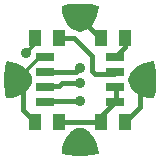
<source format=gbr>
G04 EAGLE Gerber RS-274X export*
G75*
%MOMM*%
%FSLAX34Y34*%
%LPD*%
%INBottom Copper*%
%IPPOS*%
%AMOC8*
5,1,8,0,0,1.08239X$1,22.5*%
G01*
%ADD10R,1.100000X1.400000*%
%ADD11C,2.184400*%
%ADD12R,1.524000X0.660400*%
%ADD13C,0.406400*%
%ADD14C,0.304800*%
%ADD15C,0.906400*%

G36*
X3062Y-64594D02*
X3062Y-64594D01*
X3099Y-64596D01*
X9133Y-63962D01*
X9160Y-63954D01*
X9198Y-63952D01*
X15132Y-62690D01*
X15154Y-62681D01*
X15178Y-62679D01*
X15257Y-62639D01*
X15340Y-62606D01*
X15357Y-62590D01*
X15378Y-62579D01*
X15411Y-62545D01*
X15413Y-62543D01*
X15422Y-62533D01*
X15439Y-62514D01*
X15505Y-62454D01*
X15516Y-62433D01*
X15532Y-62415D01*
X15548Y-62377D01*
X15555Y-62369D01*
X15568Y-62331D01*
X15607Y-62254D01*
X15610Y-62231D01*
X15619Y-62209D01*
X15622Y-62171D01*
X15627Y-62156D01*
X15626Y-62117D01*
X15630Y-62061D01*
X15633Y-62031D01*
X15632Y-62027D01*
X15632Y-62022D01*
X15345Y-58263D01*
X15334Y-58223D01*
X15329Y-58165D01*
X14457Y-54498D01*
X14440Y-54460D01*
X14426Y-54403D01*
X12991Y-50918D01*
X12969Y-50883D01*
X12946Y-50829D01*
X10983Y-47611D01*
X10956Y-47580D01*
X10925Y-47530D01*
X8483Y-44659D01*
X8445Y-44628D01*
X8389Y-44569D01*
X6603Y-43183D01*
X6578Y-43170D01*
X6574Y-43165D01*
X6563Y-43160D01*
X6535Y-43137D01*
X4583Y-41996D01*
X4550Y-41984D01*
X4509Y-41959D01*
X2426Y-41082D01*
X2391Y-41075D01*
X2347Y-41055D01*
X168Y-40458D01*
X92Y-40452D01*
X19Y-40436D01*
X-24Y-40441D01*
X-56Y-40438D01*
X-100Y-40450D01*
X-168Y-40458D01*
X-2347Y-41055D01*
X-2379Y-41071D01*
X-2426Y-41082D01*
X-4509Y-41959D01*
X-4539Y-41978D01*
X-4583Y-41996D01*
X-6535Y-43137D01*
X-6561Y-43160D01*
X-6603Y-43183D01*
X-8389Y-44569D01*
X-8422Y-44606D01*
X-8483Y-44659D01*
X-10925Y-47530D01*
X-10946Y-47566D01*
X-10983Y-47611D01*
X-12946Y-50829D01*
X-12961Y-50867D01*
X-12991Y-50918D01*
X-14426Y-54403D01*
X-14435Y-54444D01*
X-14457Y-54498D01*
X-15329Y-58165D01*
X-15331Y-58206D01*
X-15345Y-58263D01*
X-15632Y-62022D01*
X-15630Y-62045D01*
X-15634Y-62069D01*
X-15622Y-62140D01*
X-15620Y-62193D01*
X-15613Y-62210D01*
X-15610Y-62245D01*
X-15599Y-62266D01*
X-15595Y-62290D01*
X-15550Y-62366D01*
X-15550Y-62367D01*
X-15536Y-62401D01*
X-15529Y-62408D01*
X-15511Y-62446D01*
X-15493Y-62463D01*
X-15481Y-62483D01*
X-15413Y-62539D01*
X-15391Y-62560D01*
X-15384Y-62567D01*
X-15382Y-62568D01*
X-15348Y-62600D01*
X-15326Y-62610D01*
X-15307Y-62625D01*
X-15170Y-62676D01*
X-15141Y-62688D01*
X-15137Y-62689D01*
X-15132Y-62690D01*
X-9198Y-63952D01*
X-9169Y-63953D01*
X-9133Y-63962D01*
X-3099Y-64596D01*
X-3071Y-64594D01*
X-3033Y-64600D01*
X3033Y-64600D01*
X3062Y-64594D01*
G37*
G36*
X24Y40441D02*
X24Y40441D01*
X56Y40438D01*
X100Y40450D01*
X168Y40458D01*
X2347Y41055D01*
X2379Y41071D01*
X2426Y41082D01*
X4509Y41959D01*
X4539Y41978D01*
X4583Y41996D01*
X6535Y43137D01*
X6561Y43160D01*
X6603Y43183D01*
X8389Y44569D01*
X8422Y44606D01*
X8483Y44659D01*
X10925Y47530D01*
X10946Y47566D01*
X10983Y47611D01*
X12946Y50829D01*
X12961Y50867D01*
X12991Y50918D01*
X14426Y54403D01*
X14435Y54444D01*
X14457Y54498D01*
X15329Y58165D01*
X15331Y58206D01*
X15345Y58263D01*
X15632Y62022D01*
X15630Y62045D01*
X15634Y62069D01*
X15619Y62156D01*
X15610Y62245D01*
X15599Y62266D01*
X15595Y62290D01*
X15550Y62366D01*
X15511Y62446D01*
X15493Y62463D01*
X15481Y62483D01*
X15413Y62539D01*
X15348Y62600D01*
X15326Y62610D01*
X15307Y62625D01*
X15170Y62676D01*
X15141Y62688D01*
X15137Y62689D01*
X15132Y62690D01*
X9198Y63952D01*
X9169Y63953D01*
X9133Y63962D01*
X3099Y64596D01*
X3071Y64594D01*
X3033Y64600D01*
X-3033Y64600D01*
X-3062Y64594D01*
X-3099Y64596D01*
X-9133Y63962D01*
X-9160Y63954D01*
X-9198Y63952D01*
X-15132Y62690D01*
X-15154Y62681D01*
X-15178Y62679D01*
X-15257Y62639D01*
X-15340Y62606D01*
X-15357Y62590D01*
X-15378Y62579D01*
X-15439Y62514D01*
X-15505Y62454D01*
X-15516Y62433D01*
X-15532Y62415D01*
X-15566Y62333D01*
X-15607Y62254D01*
X-15610Y62231D01*
X-15619Y62209D01*
X-15630Y62061D01*
X-15633Y62031D01*
X-15632Y62027D01*
X-15632Y62022D01*
X-15345Y58263D01*
X-15334Y58223D01*
X-15329Y58165D01*
X-14457Y54498D01*
X-14440Y54460D01*
X-14426Y54403D01*
X-12991Y50918D01*
X-12969Y50883D01*
X-12946Y50829D01*
X-10983Y47611D01*
X-10956Y47580D01*
X-10925Y47530D01*
X-8483Y44659D01*
X-8445Y44628D01*
X-8389Y44569D01*
X-6603Y43183D01*
X-6572Y43167D01*
X-6535Y43137D01*
X-4583Y41996D01*
X-4550Y41984D01*
X-4509Y41959D01*
X-2426Y41082D01*
X-2391Y41075D01*
X-2347Y41055D01*
X-168Y40458D01*
X-92Y40452D01*
X-19Y40436D01*
X24Y40441D01*
G37*
G36*
X62156Y-15619D02*
X62156Y-15619D01*
X62245Y-15610D01*
X62266Y-15599D01*
X62290Y-15595D01*
X62366Y-15550D01*
X62446Y-15511D01*
X62463Y-15493D01*
X62483Y-15481D01*
X62539Y-15413D01*
X62600Y-15348D01*
X62610Y-15326D01*
X62625Y-15307D01*
X62676Y-15170D01*
X62688Y-15141D01*
X62689Y-15137D01*
X62690Y-15132D01*
X63952Y-9198D01*
X63953Y-9169D01*
X63962Y-9133D01*
X64596Y-3099D01*
X64594Y-3071D01*
X64600Y-3033D01*
X64600Y3033D01*
X64594Y3062D01*
X64596Y3099D01*
X63962Y9133D01*
X63954Y9160D01*
X63952Y9198D01*
X63944Y9232D01*
X63810Y9866D01*
X63675Y10500D01*
X63675Y10501D01*
X63540Y11135D01*
X63405Y11769D01*
X63270Y12403D01*
X63136Y13037D01*
X63136Y13038D01*
X63001Y13672D01*
X62866Y14306D01*
X62731Y14940D01*
X62690Y15132D01*
X62681Y15154D01*
X62679Y15178D01*
X62639Y15257D01*
X62606Y15340D01*
X62590Y15357D01*
X62579Y15378D01*
X62514Y15439D01*
X62454Y15505D01*
X62433Y15516D01*
X62415Y15532D01*
X62333Y15566D01*
X62254Y15607D01*
X62231Y15610D01*
X62209Y15619D01*
X62061Y15630D01*
X62031Y15633D01*
X62027Y15632D01*
X62022Y15632D01*
X58263Y15345D01*
X58223Y15334D01*
X58165Y15329D01*
X54498Y14457D01*
X54460Y14440D01*
X54403Y14426D01*
X50918Y12991D01*
X50883Y12969D01*
X50829Y12946D01*
X47611Y10983D01*
X47580Y10956D01*
X47530Y10925D01*
X44659Y8483D01*
X44628Y8445D01*
X44569Y8389D01*
X43183Y6603D01*
X43167Y6572D01*
X43137Y6535D01*
X41996Y4583D01*
X41984Y4550D01*
X41959Y4509D01*
X41082Y2426D01*
X41075Y2391D01*
X41055Y2347D01*
X40458Y168D01*
X40452Y92D01*
X40436Y19D01*
X40441Y-24D01*
X40438Y-56D01*
X40450Y-100D01*
X40458Y-168D01*
X41055Y-2347D01*
X41071Y-2379D01*
X41082Y-2426D01*
X41959Y-4509D01*
X41978Y-4539D01*
X41996Y-4583D01*
X43137Y-6535D01*
X43160Y-6561D01*
X43183Y-6603D01*
X44569Y-8389D01*
X44606Y-8422D01*
X44659Y-8483D01*
X47530Y-10925D01*
X47566Y-10946D01*
X47611Y-10983D01*
X50829Y-12946D01*
X50867Y-12961D01*
X50918Y-12991D01*
X54403Y-14426D01*
X54444Y-14435D01*
X54498Y-14457D01*
X58165Y-15329D01*
X58206Y-15331D01*
X58263Y-15345D01*
X62022Y-15632D01*
X62045Y-15630D01*
X62069Y-15634D01*
X62156Y-15619D01*
G37*
G36*
X-62027Y-15632D02*
X-62027Y-15632D01*
X-62022Y-15632D01*
X-58263Y-15345D01*
X-58223Y-15334D01*
X-58165Y-15329D01*
X-54498Y-14457D01*
X-54460Y-14440D01*
X-54403Y-14426D01*
X-50918Y-12991D01*
X-50883Y-12969D01*
X-50829Y-12946D01*
X-47611Y-10983D01*
X-47580Y-10956D01*
X-47530Y-10925D01*
X-44659Y-8483D01*
X-44628Y-8445D01*
X-44569Y-8389D01*
X-43183Y-6603D01*
X-43167Y-6572D01*
X-43137Y-6535D01*
X-41996Y-4583D01*
X-41984Y-4550D01*
X-41959Y-4509D01*
X-41082Y-2426D01*
X-41075Y-2391D01*
X-41055Y-2347D01*
X-40458Y-168D01*
X-40452Y-92D01*
X-40436Y-19D01*
X-40441Y24D01*
X-40438Y56D01*
X-40450Y100D01*
X-40458Y168D01*
X-41055Y2347D01*
X-41071Y2379D01*
X-41082Y2426D01*
X-41959Y4509D01*
X-41978Y4539D01*
X-41996Y4583D01*
X-43137Y6535D01*
X-43160Y6561D01*
X-43183Y6603D01*
X-44569Y8389D01*
X-44606Y8422D01*
X-44659Y8483D01*
X-47530Y10925D01*
X-47566Y10946D01*
X-47611Y10983D01*
X-50829Y12946D01*
X-50867Y12961D01*
X-50918Y12991D01*
X-54403Y14426D01*
X-54444Y14435D01*
X-54498Y14457D01*
X-58165Y15329D01*
X-58206Y15331D01*
X-58263Y15345D01*
X-62022Y15632D01*
X-62045Y15630D01*
X-62069Y15634D01*
X-62156Y15619D01*
X-62245Y15610D01*
X-62266Y15599D01*
X-62290Y15595D01*
X-62366Y15550D01*
X-62446Y15511D01*
X-62463Y15493D01*
X-62483Y15481D01*
X-62539Y15413D01*
X-62600Y15348D01*
X-62610Y15326D01*
X-62625Y15307D01*
X-62676Y15170D01*
X-62688Y15141D01*
X-62689Y15137D01*
X-62690Y15132D01*
X-63952Y9198D01*
X-63953Y9169D01*
X-63962Y9133D01*
X-64596Y3099D01*
X-64594Y3071D01*
X-64600Y3033D01*
X-64600Y-3033D01*
X-64594Y-3062D01*
X-64596Y-3099D01*
X-63962Y-9133D01*
X-63954Y-9160D01*
X-63952Y-9198D01*
X-63904Y-9422D01*
X-63769Y-10056D01*
X-63769Y-10057D01*
X-63634Y-10691D01*
X-63500Y-11325D01*
X-63365Y-11959D01*
X-63230Y-12593D01*
X-63230Y-12594D01*
X-63095Y-13228D01*
X-62960Y-13862D01*
X-62826Y-14496D01*
X-62825Y-14496D01*
X-62690Y-15132D01*
X-62681Y-15154D01*
X-62679Y-15178D01*
X-62639Y-15257D01*
X-62606Y-15340D01*
X-62590Y-15357D01*
X-62579Y-15378D01*
X-62514Y-15439D01*
X-62454Y-15505D01*
X-62433Y-15516D01*
X-62415Y-15532D01*
X-62333Y-15566D01*
X-62254Y-15607D01*
X-62231Y-15610D01*
X-62209Y-15619D01*
X-62061Y-15630D01*
X-62031Y-15633D01*
X-62027Y-15632D01*
G37*
D10*
X37940Y35560D03*
X17940Y35560D03*
X17940Y-35560D03*
X37940Y-35560D03*
X-17940Y35560D03*
X-37940Y35560D03*
X-17940Y-35560D03*
X-37940Y-35560D03*
D11*
X0Y52070D03*
X-52070Y0D03*
X52070Y0D03*
X0Y-52070D03*
D12*
X-29734Y-19050D03*
X29734Y-19050D03*
X-29734Y-6350D03*
X-29734Y6350D03*
X29734Y-6350D03*
X29734Y6350D03*
X-29734Y19050D03*
X29734Y19050D03*
D13*
X-48260Y-2540D02*
X-49530Y-2540D01*
X-52070Y0D01*
X-48260Y-25240D02*
X-37940Y-35560D01*
X-48260Y-25240D02*
X-48260Y-2540D01*
X-52070Y1270D02*
X-53340Y2540D01*
X-52070Y1270D02*
X-52070Y0D01*
D14*
X-34290Y19050D02*
X-29734Y19050D01*
X-34290Y19050D02*
X-52070Y1270D01*
D13*
X50800Y0D02*
X52070Y0D01*
X50800Y-22700D02*
X37940Y-35560D01*
X50800Y-22700D02*
X50800Y0D01*
X-3810Y6350D02*
X-29734Y6350D01*
X-3810Y6350D02*
X0Y10160D01*
D15*
X0Y10160D03*
D13*
X-29734Y-18526D02*
X-30480Y-17780D01*
X-29734Y-18526D02*
X-29734Y-19050D01*
X-30480Y-17780D02*
X0Y-17780D01*
D15*
X0Y-17780D03*
D13*
X-5080Y35560D02*
X-17940Y35560D01*
X-5080Y35560D02*
X10160Y20320D01*
X10160Y7620D01*
X28464Y5080D02*
X29734Y6350D01*
X12700Y5080D02*
X10160Y7620D01*
X12700Y5080D02*
X28464Y5080D01*
X37940Y35560D02*
X38100Y35560D01*
X38100Y27416D02*
X29734Y19050D01*
X38100Y27416D02*
X38100Y35560D01*
D14*
X-37940Y35560D02*
X-38100Y35560D01*
X-38100Y30480D02*
X-45720Y22860D01*
X-38100Y30480D02*
X-38100Y35560D01*
D15*
X-45720Y22860D03*
D13*
X0Y52070D02*
X16510Y35560D01*
X17940Y35560D01*
X17780Y-35400D02*
X17940Y-35560D01*
X17780Y-31004D02*
X29734Y-19050D01*
X17780Y-31004D02*
X17780Y-35400D01*
X29734Y-19050D02*
X30480Y-19050D01*
X30480Y-6350D02*
X29734Y-6350D01*
X30480Y-6350D02*
X30480Y-19050D01*
X17940Y-35560D02*
X-17940Y-35560D01*
X-15240Y-2540D02*
X0Y-2540D01*
X-15240Y-2540D02*
X-17780Y-5080D01*
X-29734Y-5826D02*
X-30480Y-5080D01*
X-29734Y-5826D02*
X-29734Y-6350D01*
X-30480Y-5080D02*
X-17780Y-5080D01*
D15*
X0Y-2540D03*
M02*

</source>
